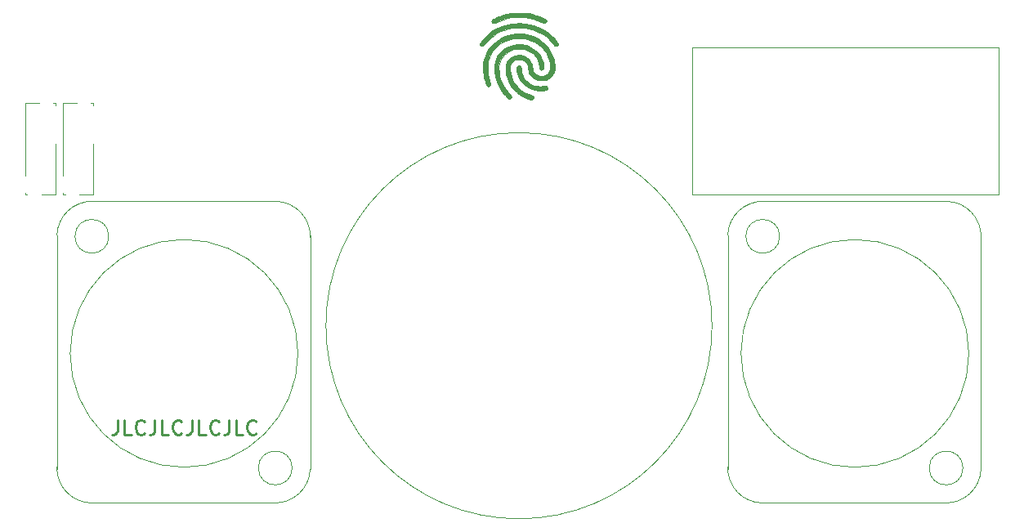
<source format=gto>
G04 #@! TF.GenerationSoftware,KiCad,Pcbnew,(5.1.9)-1*
G04 #@! TF.CreationDate,2021-05-25T00:15:28+02:00*
G04 #@! TF.ProjectId,LF,4c462e6b-6963-4616-945f-706362585858,rev?*
G04 #@! TF.SameCoordinates,Original*
G04 #@! TF.FileFunction,Legend,Top*
G04 #@! TF.FilePolarity,Positive*
%FSLAX46Y46*%
G04 Gerber Fmt 4.6, Leading zero omitted, Abs format (unit mm)*
G04 Created by KiCad (PCBNEW (5.1.9)-1) date 2021-05-25 00:15:28*
%MOMM*%
%LPD*%
G01*
G04 APERTURE LIST*
%ADD10C,0.220000*%
%ADD11C,0.120000*%
%ADD12C,0.010000*%
%ADD13O,3.600000X2.100000*%
%ADD14C,2.010000*%
%ADD15C,2.400000*%
G04 APERTURE END LIST*
D10*
X30811428Y-65698571D02*
X30811428Y-66770000D01*
X30740000Y-66984285D01*
X30597142Y-67127142D01*
X30382857Y-67198571D01*
X30240000Y-67198571D01*
X32240000Y-67198571D02*
X31525714Y-67198571D01*
X31525714Y-65698571D01*
X33597142Y-67055714D02*
X33525714Y-67127142D01*
X33311428Y-67198571D01*
X33168571Y-67198571D01*
X32954285Y-67127142D01*
X32811428Y-66984285D01*
X32740000Y-66841428D01*
X32668571Y-66555714D01*
X32668571Y-66341428D01*
X32740000Y-66055714D01*
X32811428Y-65912857D01*
X32954285Y-65770000D01*
X33168571Y-65698571D01*
X33311428Y-65698571D01*
X33525714Y-65770000D01*
X33597142Y-65841428D01*
X34668571Y-65698571D02*
X34668571Y-66770000D01*
X34597142Y-66984285D01*
X34454285Y-67127142D01*
X34240000Y-67198571D01*
X34097142Y-67198571D01*
X36097142Y-67198571D02*
X35382857Y-67198571D01*
X35382857Y-65698571D01*
X37454285Y-67055714D02*
X37382857Y-67127142D01*
X37168571Y-67198571D01*
X37025714Y-67198571D01*
X36811428Y-67127142D01*
X36668571Y-66984285D01*
X36597142Y-66841428D01*
X36525714Y-66555714D01*
X36525714Y-66341428D01*
X36597142Y-66055714D01*
X36668571Y-65912857D01*
X36811428Y-65770000D01*
X37025714Y-65698571D01*
X37168571Y-65698571D01*
X37382857Y-65770000D01*
X37454285Y-65841428D01*
X38525714Y-65698571D02*
X38525714Y-66770000D01*
X38454285Y-66984285D01*
X38311428Y-67127142D01*
X38097142Y-67198571D01*
X37954285Y-67198571D01*
X39954285Y-67198571D02*
X39240000Y-67198571D01*
X39240000Y-65698571D01*
X41311428Y-67055714D02*
X41240000Y-67127142D01*
X41025714Y-67198571D01*
X40882857Y-67198571D01*
X40668571Y-67127142D01*
X40525714Y-66984285D01*
X40454285Y-66841428D01*
X40382857Y-66555714D01*
X40382857Y-66341428D01*
X40454285Y-66055714D01*
X40525714Y-65912857D01*
X40668571Y-65770000D01*
X40882857Y-65698571D01*
X41025714Y-65698571D01*
X41240000Y-65770000D01*
X41311428Y-65841428D01*
X42382857Y-65698571D02*
X42382857Y-66770000D01*
X42311428Y-66984285D01*
X42168571Y-67127142D01*
X41954285Y-67198571D01*
X41811428Y-67198571D01*
X43811428Y-67198571D02*
X43097142Y-67198571D01*
X43097142Y-65698571D01*
X45168571Y-67055714D02*
X45097142Y-67127142D01*
X44882857Y-67198571D01*
X44740000Y-67198571D01*
X44525714Y-67127142D01*
X44382857Y-66984285D01*
X44311428Y-66841428D01*
X44240000Y-66555714D01*
X44240000Y-66341428D01*
X44311428Y-66055714D01*
X44382857Y-65912857D01*
X44525714Y-65770000D01*
X44740000Y-65698571D01*
X44882857Y-65698571D01*
X45097142Y-65770000D01*
X45168571Y-65841428D01*
D11*
X92400000Y-55930000D02*
G75*
G03*
X92400000Y-55930000I-20000000J0D01*
G01*
D12*
G36*
X72607835Y-23504101D02*
G01*
X72759011Y-23505184D01*
X72881535Y-23507307D01*
X72982246Y-23510877D01*
X73067984Y-23516299D01*
X73145591Y-23523981D01*
X73221905Y-23534327D01*
X73303768Y-23547743D01*
X73373667Y-23560201D01*
X73763013Y-23644418D01*
X74143740Y-23755293D01*
X74527250Y-23895665D01*
X74728033Y-23978192D01*
X74891277Y-24050463D01*
X75019910Y-24114650D01*
X75116862Y-24172923D01*
X75185059Y-24227456D01*
X75227433Y-24280420D01*
X75246909Y-24333986D01*
X75246419Y-24390328D01*
X75238699Y-24423285D01*
X75195034Y-24508936D01*
X75127721Y-24567456D01*
X75045200Y-24591862D01*
X75034593Y-24592167D01*
X74987046Y-24583119D01*
X74911852Y-24558385D01*
X74819044Y-24521583D01*
X74735823Y-24484462D01*
X74617096Y-24430199D01*
X74484776Y-24371926D01*
X74358734Y-24318308D01*
X74294417Y-24291986D01*
X73877041Y-24147305D01*
X73445650Y-24040802D01*
X73004160Y-23972304D01*
X72556488Y-23941641D01*
X72106551Y-23948643D01*
X71658266Y-23993138D01*
X71215549Y-24074957D01*
X70782318Y-24193928D01*
X70362489Y-24349880D01*
X70090027Y-24475283D01*
X69959788Y-24536795D01*
X69858348Y-24575500D01*
X69779334Y-24592154D01*
X69716373Y-24587511D01*
X69663094Y-24562326D01*
X69625539Y-24530295D01*
X69573125Y-24450431D01*
X69558257Y-24359111D01*
X69581849Y-24266103D01*
X69598032Y-24237014D01*
X69637827Y-24199226D01*
X69712576Y-24151311D01*
X69816766Y-24095573D01*
X69944884Y-24034313D01*
X70091418Y-23969836D01*
X70250853Y-23904442D01*
X70417677Y-23840436D01*
X70586376Y-23780120D01*
X70751438Y-23725796D01*
X70907349Y-23679767D01*
X70975095Y-23661857D01*
X71153013Y-23618154D01*
X71310152Y-23583112D01*
X71454824Y-23555820D01*
X71595338Y-23535370D01*
X71740004Y-23520852D01*
X71897133Y-23511357D01*
X72075035Y-23505976D01*
X72282019Y-23503800D01*
X72421167Y-23503652D01*
X72607835Y-23504101D01*
G37*
X72607835Y-23504101D02*
X72759011Y-23505184D01*
X72881535Y-23507307D01*
X72982246Y-23510877D01*
X73067984Y-23516299D01*
X73145591Y-23523981D01*
X73221905Y-23534327D01*
X73303768Y-23547743D01*
X73373667Y-23560201D01*
X73763013Y-23644418D01*
X74143740Y-23755293D01*
X74527250Y-23895665D01*
X74728033Y-23978192D01*
X74891277Y-24050463D01*
X75019910Y-24114650D01*
X75116862Y-24172923D01*
X75185059Y-24227456D01*
X75227433Y-24280420D01*
X75246909Y-24333986D01*
X75246419Y-24390328D01*
X75238699Y-24423285D01*
X75195034Y-24508936D01*
X75127721Y-24567456D01*
X75045200Y-24591862D01*
X75034593Y-24592167D01*
X74987046Y-24583119D01*
X74911852Y-24558385D01*
X74819044Y-24521583D01*
X74735823Y-24484462D01*
X74617096Y-24430199D01*
X74484776Y-24371926D01*
X74358734Y-24318308D01*
X74294417Y-24291986D01*
X73877041Y-24147305D01*
X73445650Y-24040802D01*
X73004160Y-23972304D01*
X72556488Y-23941641D01*
X72106551Y-23948643D01*
X71658266Y-23993138D01*
X71215549Y-24074957D01*
X70782318Y-24193928D01*
X70362489Y-24349880D01*
X70090027Y-24475283D01*
X69959788Y-24536795D01*
X69858348Y-24575500D01*
X69779334Y-24592154D01*
X69716373Y-24587511D01*
X69663094Y-24562326D01*
X69625539Y-24530295D01*
X69573125Y-24450431D01*
X69558257Y-24359111D01*
X69581849Y-24266103D01*
X69598032Y-24237014D01*
X69637827Y-24199226D01*
X69712576Y-24151311D01*
X69816766Y-24095573D01*
X69944884Y-24034313D01*
X70091418Y-23969836D01*
X70250853Y-23904442D01*
X70417677Y-23840436D01*
X70586376Y-23780120D01*
X70751438Y-23725796D01*
X70907349Y-23679767D01*
X70975095Y-23661857D01*
X71153013Y-23618154D01*
X71310152Y-23583112D01*
X71454824Y-23555820D01*
X71595338Y-23535370D01*
X71740004Y-23520852D01*
X71897133Y-23511357D01*
X72075035Y-23505976D01*
X72282019Y-23503800D01*
X72421167Y-23503652D01*
X72607835Y-23504101D01*
G36*
X72755997Y-24600221D02*
G01*
X72940932Y-24612372D01*
X73035000Y-24622641D01*
X73504571Y-24703251D01*
X73951047Y-24819254D01*
X74374764Y-24970785D01*
X74776057Y-25157978D01*
X75155259Y-25380967D01*
X75451188Y-25591573D01*
X75587896Y-25702494D01*
X75726835Y-25825026D01*
X75864211Y-25954933D01*
X75996235Y-26087983D01*
X76119113Y-26219940D01*
X76229054Y-26346570D01*
X76322267Y-26463640D01*
X76394960Y-26566914D01*
X76443340Y-26652158D01*
X76463617Y-26715139D01*
X76464000Y-26722595D01*
X76445479Y-26806352D01*
X76397218Y-26882958D01*
X76337693Y-26930725D01*
X76269079Y-26957999D01*
X76206737Y-26961738D01*
X76145076Y-26939024D01*
X76078507Y-26886935D01*
X76001439Y-26802551D01*
X75937427Y-26721623D01*
X75808303Y-26563953D01*
X75655518Y-26396260D01*
X75491262Y-26231033D01*
X75327727Y-26080763D01*
X75239532Y-26006609D01*
X74907372Y-25765173D01*
X74552793Y-25557792D01*
X74179037Y-25384850D01*
X73789344Y-25246732D01*
X73386958Y-25143821D01*
X72975117Y-25076503D01*
X72557065Y-25045161D01*
X72136042Y-25050179D01*
X71715289Y-25091943D01*
X71298048Y-25170837D01*
X70887560Y-25287245D01*
X70487066Y-25441550D01*
X70484417Y-25442716D01*
X70152005Y-25609533D01*
X69827657Y-25811981D01*
X69518897Y-26044197D01*
X69233249Y-26300316D01*
X68978239Y-26574475D01*
X68886334Y-26688089D01*
X68806958Y-26789863D01*
X68747517Y-26862791D01*
X68702256Y-26911676D01*
X68665421Y-26941319D01*
X68631257Y-26956523D01*
X68594010Y-26962091D01*
X68557121Y-26962834D01*
X68488087Y-26957585D01*
X68439558Y-26936038D01*
X68397409Y-26897095D01*
X68358096Y-26845433D01*
X68337752Y-26791166D01*
X68338054Y-26730445D01*
X68360677Y-26659423D01*
X68407296Y-26574252D01*
X68479587Y-26471084D01*
X68579224Y-26346072D01*
X68697997Y-26206719D01*
X69001232Y-25889861D01*
X69330881Y-25605983D01*
X69686558Y-25355296D01*
X70067874Y-25138013D01*
X70474444Y-24954344D01*
X70905881Y-24804500D01*
X71361799Y-24688692D01*
X71542750Y-24653409D01*
X71703102Y-24630650D01*
X71894648Y-24613151D01*
X72106550Y-24601135D01*
X72327967Y-24594826D01*
X72548063Y-24594447D01*
X72755997Y-24600221D01*
G37*
X72755997Y-24600221D02*
X72940932Y-24612372D01*
X73035000Y-24622641D01*
X73504571Y-24703251D01*
X73951047Y-24819254D01*
X74374764Y-24970785D01*
X74776057Y-25157978D01*
X75155259Y-25380967D01*
X75451188Y-25591573D01*
X75587896Y-25702494D01*
X75726835Y-25825026D01*
X75864211Y-25954933D01*
X75996235Y-26087983D01*
X76119113Y-26219940D01*
X76229054Y-26346570D01*
X76322267Y-26463640D01*
X76394960Y-26566914D01*
X76443340Y-26652158D01*
X76463617Y-26715139D01*
X76464000Y-26722595D01*
X76445479Y-26806352D01*
X76397218Y-26882958D01*
X76337693Y-26930725D01*
X76269079Y-26957999D01*
X76206737Y-26961738D01*
X76145076Y-26939024D01*
X76078507Y-26886935D01*
X76001439Y-26802551D01*
X75937427Y-26721623D01*
X75808303Y-26563953D01*
X75655518Y-26396260D01*
X75491262Y-26231033D01*
X75327727Y-26080763D01*
X75239532Y-26006609D01*
X74907372Y-25765173D01*
X74552793Y-25557792D01*
X74179037Y-25384850D01*
X73789344Y-25246732D01*
X73386958Y-25143821D01*
X72975117Y-25076503D01*
X72557065Y-25045161D01*
X72136042Y-25050179D01*
X71715289Y-25091943D01*
X71298048Y-25170837D01*
X70887560Y-25287245D01*
X70487066Y-25441550D01*
X70484417Y-25442716D01*
X70152005Y-25609533D01*
X69827657Y-25811981D01*
X69518897Y-26044197D01*
X69233249Y-26300316D01*
X68978239Y-26574475D01*
X68886334Y-26688089D01*
X68806958Y-26789863D01*
X68747517Y-26862791D01*
X68702256Y-26911676D01*
X68665421Y-26941319D01*
X68631257Y-26956523D01*
X68594010Y-26962091D01*
X68557121Y-26962834D01*
X68488087Y-26957585D01*
X68439558Y-26936038D01*
X68397409Y-26897095D01*
X68358096Y-26845433D01*
X68337752Y-26791166D01*
X68338054Y-26730445D01*
X68360677Y-26659423D01*
X68407296Y-26574252D01*
X68479587Y-26471084D01*
X68579224Y-26346072D01*
X68697997Y-26206719D01*
X69001232Y-25889861D01*
X69330881Y-25605983D01*
X69686558Y-25355296D01*
X70067874Y-25138013D01*
X70474444Y-24954344D01*
X70905881Y-24804500D01*
X71361799Y-24688692D01*
X71542750Y-24653409D01*
X71703102Y-24630650D01*
X71894648Y-24613151D01*
X72106550Y-24601135D01*
X72327967Y-24594826D01*
X72548063Y-24594447D01*
X72755997Y-24600221D01*
G36*
X72469520Y-28998613D02*
G01*
X72499243Y-29014978D01*
X72555173Y-29067324D01*
X72591168Y-29146551D01*
X72608930Y-29257529D01*
X72611549Y-29336078D01*
X72621605Y-29454506D01*
X72649235Y-29596799D01*
X72690934Y-29750110D01*
X72743200Y-29901591D01*
X72802529Y-30038394D01*
X72803739Y-30040842D01*
X72940581Y-30272344D01*
X73109864Y-30484199D01*
X73306264Y-30671952D01*
X73524456Y-30831152D01*
X73759115Y-30957344D01*
X74004915Y-31046074D01*
X74006065Y-31046389D01*
X74287727Y-31102792D01*
X74583062Y-31122747D01*
X74847783Y-31109557D01*
X74974957Y-31096675D01*
X75067663Y-31088933D01*
X75133458Y-31086388D01*
X75179902Y-31089094D01*
X75214552Y-31097106D01*
X75244967Y-31110482D01*
X75248787Y-31112501D01*
X75295297Y-31154846D01*
X75336106Y-31220178D01*
X75360490Y-31289449D01*
X75363254Y-31315782D01*
X75347396Y-31375453D01*
X75308159Y-31440661D01*
X75257734Y-31493996D01*
X75224265Y-31514231D01*
X75130734Y-31539810D01*
X75004220Y-31559846D01*
X74853786Y-31573711D01*
X74688495Y-31580780D01*
X74517412Y-31580424D01*
X74368500Y-31573419D01*
X74063562Y-31531434D01*
X73771272Y-31451255D01*
X73494379Y-31335655D01*
X73235634Y-31187404D01*
X72997785Y-31009274D01*
X72783583Y-30804035D01*
X72595778Y-30574460D01*
X72437118Y-30323320D01*
X72310353Y-30053385D01*
X72218234Y-29767428D01*
X72163510Y-29468220D01*
X72152369Y-29339807D01*
X72139737Y-29123864D01*
X72214835Y-29048765D01*
X72295477Y-28990129D01*
X72379555Y-28973508D01*
X72469520Y-28998613D01*
G37*
X72469520Y-28998613D02*
X72499243Y-29014978D01*
X72555173Y-29067324D01*
X72591168Y-29146551D01*
X72608930Y-29257529D01*
X72611549Y-29336078D01*
X72621605Y-29454506D01*
X72649235Y-29596799D01*
X72690934Y-29750110D01*
X72743200Y-29901591D01*
X72802529Y-30038394D01*
X72803739Y-30040842D01*
X72940581Y-30272344D01*
X73109864Y-30484199D01*
X73306264Y-30671952D01*
X73524456Y-30831152D01*
X73759115Y-30957344D01*
X74004915Y-31046074D01*
X74006065Y-31046389D01*
X74287727Y-31102792D01*
X74583062Y-31122747D01*
X74847783Y-31109557D01*
X74974957Y-31096675D01*
X75067663Y-31088933D01*
X75133458Y-31086388D01*
X75179902Y-31089094D01*
X75214552Y-31097106D01*
X75244967Y-31110482D01*
X75248787Y-31112501D01*
X75295297Y-31154846D01*
X75336106Y-31220178D01*
X75360490Y-31289449D01*
X75363254Y-31315782D01*
X75347396Y-31375453D01*
X75308159Y-31440661D01*
X75257734Y-31493996D01*
X75224265Y-31514231D01*
X75130734Y-31539810D01*
X75004220Y-31559846D01*
X74853786Y-31573711D01*
X74688495Y-31580780D01*
X74517412Y-31580424D01*
X74368500Y-31573419D01*
X74063562Y-31531434D01*
X73771272Y-31451255D01*
X73494379Y-31335655D01*
X73235634Y-31187404D01*
X72997785Y-31009274D01*
X72783583Y-30804035D01*
X72595778Y-30574460D01*
X72437118Y-30323320D01*
X72310353Y-30053385D01*
X72218234Y-29767428D01*
X72163510Y-29468220D01*
X72152369Y-29339807D01*
X72139737Y-29123864D01*
X72214835Y-29048765D01*
X72295477Y-28990129D01*
X72379555Y-28973508D01*
X72469520Y-28998613D01*
G36*
X72630674Y-26780255D02*
G01*
X72790340Y-26794851D01*
X72850637Y-26803900D01*
X73167212Y-26879414D01*
X73470288Y-26992073D01*
X73755461Y-27139431D01*
X74018328Y-27319042D01*
X74254482Y-27528460D01*
X74359621Y-27641801D01*
X74556490Y-27897917D01*
X74713420Y-28167345D01*
X74831242Y-28451995D01*
X74910785Y-28753779D01*
X74945608Y-28990398D01*
X74955685Y-29096324D01*
X74960179Y-29169858D01*
X74958662Y-29220626D01*
X74950704Y-29258253D01*
X74935876Y-29292366D01*
X74931793Y-29300087D01*
X74870737Y-29375573D01*
X74792523Y-29417705D01*
X74706503Y-29424960D01*
X74622029Y-29395817D01*
X74574045Y-29358315D01*
X74544268Y-29325649D01*
X74524417Y-29292217D01*
X74511429Y-29247583D01*
X74502240Y-29181312D01*
X74493991Y-29085617D01*
X74482789Y-28975972D01*
X74466876Y-28863783D01*
X74449064Y-28767924D01*
X74442465Y-28740025D01*
X74353585Y-28478104D01*
X74228997Y-28234433D01*
X74072224Y-28011354D01*
X73886789Y-27811210D01*
X73676215Y-27636343D01*
X73444027Y-27489098D01*
X73193746Y-27371815D01*
X72928896Y-27286838D01*
X72653000Y-27236510D01*
X72369581Y-27223172D01*
X72180233Y-27235758D01*
X71876337Y-27288004D01*
X71596568Y-27374283D01*
X71338238Y-27495872D01*
X71098658Y-27654050D01*
X70875139Y-27850091D01*
X70864730Y-27860514D01*
X70677598Y-28074493D01*
X70529658Y-28301081D01*
X70419834Y-28542955D01*
X70347049Y-28802796D01*
X70310225Y-29083284D01*
X70304913Y-29253233D01*
X70324480Y-29640938D01*
X70382307Y-30014831D01*
X70478965Y-30376251D01*
X70615029Y-30726539D01*
X70791069Y-31067036D01*
X71007658Y-31399083D01*
X71265369Y-31724020D01*
X71442960Y-31919262D01*
X71529283Y-32015903D01*
X71584350Y-32094745D01*
X71611181Y-32162836D01*
X71612796Y-32227224D01*
X71597905Y-32280949D01*
X71557133Y-32339241D01*
X71491420Y-32389082D01*
X71418050Y-32419001D01*
X71384000Y-32422907D01*
X71325722Y-32412030D01*
X71273895Y-32391094D01*
X71232913Y-32359865D01*
X71171155Y-32301482D01*
X71094061Y-32222031D01*
X71007072Y-32127597D01*
X70915626Y-32024265D01*
X70825163Y-31918123D01*
X70741123Y-31815254D01*
X70668946Y-31721746D01*
X70640400Y-31682380D01*
X70425068Y-31350080D01*
X70241921Y-31010221D01*
X70094098Y-30669139D01*
X70000957Y-30391302D01*
X69948249Y-30180102D01*
X69905047Y-29948793D01*
X69872408Y-29708104D01*
X69851390Y-29468764D01*
X69843051Y-29241503D01*
X69848450Y-29037048D01*
X69857667Y-28938132D01*
X69916349Y-28630448D01*
X70013136Y-28337318D01*
X70145537Y-28061280D01*
X70311064Y-27804875D01*
X70507229Y-27570641D01*
X70731541Y-27361119D01*
X70981513Y-27178848D01*
X71254654Y-27026368D01*
X71548477Y-26906218D01*
X71860493Y-26820938D01*
X71949363Y-26803900D01*
X72095557Y-26785685D01*
X72268017Y-26775672D01*
X72451477Y-26773862D01*
X72630674Y-26780255D01*
G37*
X72630674Y-26780255D02*
X72790340Y-26794851D01*
X72850637Y-26803900D01*
X73167212Y-26879414D01*
X73470288Y-26992073D01*
X73755461Y-27139431D01*
X74018328Y-27319042D01*
X74254482Y-27528460D01*
X74359621Y-27641801D01*
X74556490Y-27897917D01*
X74713420Y-28167345D01*
X74831242Y-28451995D01*
X74910785Y-28753779D01*
X74945608Y-28990398D01*
X74955685Y-29096324D01*
X74960179Y-29169858D01*
X74958662Y-29220626D01*
X74950704Y-29258253D01*
X74935876Y-29292366D01*
X74931793Y-29300087D01*
X74870737Y-29375573D01*
X74792523Y-29417705D01*
X74706503Y-29424960D01*
X74622029Y-29395817D01*
X74574045Y-29358315D01*
X74544268Y-29325649D01*
X74524417Y-29292217D01*
X74511429Y-29247583D01*
X74502240Y-29181312D01*
X74493991Y-29085617D01*
X74482789Y-28975972D01*
X74466876Y-28863783D01*
X74449064Y-28767924D01*
X74442465Y-28740025D01*
X74353585Y-28478104D01*
X74228997Y-28234433D01*
X74072224Y-28011354D01*
X73886789Y-27811210D01*
X73676215Y-27636343D01*
X73444027Y-27489098D01*
X73193746Y-27371815D01*
X72928896Y-27286838D01*
X72653000Y-27236510D01*
X72369581Y-27223172D01*
X72180233Y-27235758D01*
X71876337Y-27288004D01*
X71596568Y-27374283D01*
X71338238Y-27495872D01*
X71098658Y-27654050D01*
X70875139Y-27850091D01*
X70864730Y-27860514D01*
X70677598Y-28074493D01*
X70529658Y-28301081D01*
X70419834Y-28542955D01*
X70347049Y-28802796D01*
X70310225Y-29083284D01*
X70304913Y-29253233D01*
X70324480Y-29640938D01*
X70382307Y-30014831D01*
X70478965Y-30376251D01*
X70615029Y-30726539D01*
X70791069Y-31067036D01*
X71007658Y-31399083D01*
X71265369Y-31724020D01*
X71442960Y-31919262D01*
X71529283Y-32015903D01*
X71584350Y-32094745D01*
X71611181Y-32162836D01*
X71612796Y-32227224D01*
X71597905Y-32280949D01*
X71557133Y-32339241D01*
X71491420Y-32389082D01*
X71418050Y-32419001D01*
X71384000Y-32422907D01*
X71325722Y-32412030D01*
X71273895Y-32391094D01*
X71232913Y-32359865D01*
X71171155Y-32301482D01*
X71094061Y-32222031D01*
X71007072Y-32127597D01*
X70915626Y-32024265D01*
X70825163Y-31918123D01*
X70741123Y-31815254D01*
X70668946Y-31721746D01*
X70640400Y-31682380D01*
X70425068Y-31350080D01*
X70241921Y-31010221D01*
X70094098Y-30669139D01*
X70000957Y-30391302D01*
X69948249Y-30180102D01*
X69905047Y-29948793D01*
X69872408Y-29708104D01*
X69851390Y-29468764D01*
X69843051Y-29241503D01*
X69848450Y-29037048D01*
X69857667Y-28938132D01*
X69916349Y-28630448D01*
X70013136Y-28337318D01*
X70145537Y-28061280D01*
X70311064Y-27804875D01*
X70507229Y-27570641D01*
X70731541Y-27361119D01*
X70981513Y-27178848D01*
X71254654Y-27026368D01*
X71548477Y-26906218D01*
X71860493Y-26820938D01*
X71949363Y-26803900D01*
X72095557Y-26785685D01*
X72268017Y-26775672D01*
X72451477Y-26773862D01*
X72630674Y-26780255D01*
G36*
X72844986Y-25687821D02*
G01*
X73242458Y-25755518D01*
X73458334Y-25809634D01*
X73823148Y-25932712D01*
X74169648Y-26091627D01*
X74495496Y-26283923D01*
X74798355Y-26507144D01*
X75075886Y-26758832D01*
X75325751Y-27036531D01*
X75545612Y-27337784D01*
X75733131Y-27660135D01*
X75885970Y-28001126D01*
X76001791Y-28358302D01*
X76041207Y-28523636D01*
X76066804Y-28671808D01*
X76085431Y-28836284D01*
X76096726Y-29006479D01*
X76100323Y-29171807D01*
X76095862Y-29321683D01*
X76082977Y-29445522D01*
X76074354Y-29489852D01*
X76009604Y-29680142D01*
X75909238Y-29866305D01*
X75779771Y-30040082D01*
X75627717Y-30193212D01*
X75459591Y-30317437D01*
X75390860Y-30356377D01*
X75164319Y-30451327D01*
X74932305Y-30506409D01*
X74699118Y-30522704D01*
X74469057Y-30501291D01*
X74246424Y-30443248D01*
X74035517Y-30349654D01*
X73840638Y-30221590D01*
X73666085Y-30060134D01*
X73531673Y-29889762D01*
X73440325Y-29726615D01*
X73376272Y-29544833D01*
X73336955Y-29336580D01*
X73330055Y-29272740D01*
X73311957Y-29114622D01*
X73288617Y-28988941D01*
X73257005Y-28885859D01*
X73214088Y-28795535D01*
X73156833Y-28708130D01*
X73155496Y-28706311D01*
X73025924Y-28564808D01*
X72871121Y-28453967D01*
X72697312Y-28376117D01*
X72510719Y-28333583D01*
X72317563Y-28328695D01*
X72193309Y-28346411D01*
X71998611Y-28406871D01*
X71828797Y-28499475D01*
X71686568Y-28621596D01*
X71574627Y-28770605D01*
X71495675Y-28943875D01*
X71466272Y-29053442D01*
X71454651Y-29125154D01*
X71449993Y-29201557D01*
X71452229Y-29294234D01*
X71461290Y-29414769D01*
X71463957Y-29443685D01*
X71516475Y-29796116D01*
X71605926Y-30128154D01*
X71732841Y-30440885D01*
X71897753Y-30735400D01*
X72101192Y-31012785D01*
X72343691Y-31274128D01*
X72371608Y-31300842D01*
X72603787Y-31501917D01*
X72844746Y-31671864D01*
X73103299Y-31815847D01*
X73388261Y-31939028D01*
X73571978Y-32003917D01*
X73671756Y-32037833D01*
X73758387Y-32069421D01*
X73823030Y-32095310D01*
X73856844Y-32112129D01*
X73857956Y-32112984D01*
X73886508Y-32149079D01*
X73915434Y-32203311D01*
X73917738Y-32208690D01*
X73933316Y-32296973D01*
X73911317Y-32384033D01*
X73855107Y-32457884D01*
X73845530Y-32465836D01*
X73793816Y-32494082D01*
X73728296Y-32504910D01*
X73643123Y-32497799D01*
X73532455Y-32472225D01*
X73390446Y-32427664D01*
X73380323Y-32424212D01*
X73065251Y-32303158D01*
X72779647Y-32164190D01*
X72512271Y-32001000D01*
X72251882Y-31807284D01*
X72191000Y-31757079D01*
X71918349Y-31501489D01*
X71677474Y-31219893D01*
X71470435Y-30915304D01*
X71299294Y-30590735D01*
X71172029Y-30267210D01*
X71115266Y-30087384D01*
X71073680Y-29931345D01*
X71044613Y-29784486D01*
X71025406Y-29632203D01*
X71013401Y-29459888D01*
X71009785Y-29375834D01*
X71005647Y-29209202D01*
X71008187Y-29074803D01*
X71019047Y-28962834D01*
X71039868Y-28863494D01*
X71072291Y-28766983D01*
X71117959Y-28663500D01*
X71134913Y-28628773D01*
X71251046Y-28440885D01*
X71400881Y-28272421D01*
X71578511Y-28127864D01*
X71778030Y-28011698D01*
X71993531Y-27928405D01*
X72090398Y-27903647D01*
X72323735Y-27873927D01*
X72556206Y-27883711D01*
X72782788Y-27930763D01*
X72998461Y-28012846D01*
X73198205Y-28127726D01*
X73376997Y-28273165D01*
X73529819Y-28446928D01*
X73618656Y-28584226D01*
X73672977Y-28699904D01*
X73719995Y-28835354D01*
X73755163Y-28974339D01*
X73773933Y-29100626D01*
X73775834Y-29145344D01*
X73795432Y-29337233D01*
X73851392Y-29513934D01*
X73939460Y-29672198D01*
X74055382Y-29808777D01*
X74194906Y-29920422D01*
X74353777Y-30003885D01*
X74527743Y-30055916D01*
X74712550Y-30073266D01*
X74903944Y-30052689D01*
X74949704Y-30041923D01*
X75144230Y-29971815D01*
X75309874Y-29871692D01*
X75444905Y-29744016D01*
X75547592Y-29591254D01*
X75616205Y-29415869D01*
X75649012Y-29220326D01*
X75648065Y-29047750D01*
X75601363Y-28682902D01*
X75518789Y-28340017D01*
X75399560Y-28017374D01*
X75242892Y-27713252D01*
X75048002Y-27425931D01*
X74814105Y-27153688D01*
X74760804Y-27099120D01*
X74663136Y-27004905D01*
X74558429Y-26910062D01*
X74457741Y-26824241D01*
X74372130Y-26757092D01*
X74353706Y-26743883D01*
X74030339Y-26543384D01*
X73691396Y-26381224D01*
X73339915Y-26257849D01*
X72978934Y-26173701D01*
X72611492Y-26129226D01*
X72240627Y-26124869D01*
X71869376Y-26161072D01*
X71500779Y-26238281D01*
X71302473Y-26297656D01*
X70960417Y-26431620D01*
X70641351Y-26597579D01*
X70347289Y-26793254D01*
X70080244Y-27016367D01*
X69842232Y-27264638D01*
X69635266Y-27535788D01*
X69461361Y-27827537D01*
X69322531Y-28137608D01*
X69220789Y-28463721D01*
X69171332Y-28709084D01*
X69156032Y-28846296D01*
X69146979Y-29014008D01*
X69143978Y-29200879D01*
X69146830Y-29395569D01*
X69155341Y-29586737D01*
X69169313Y-29763044D01*
X69188551Y-29913147D01*
X69192601Y-29936750D01*
X69225376Y-30097938D01*
X69268359Y-30279092D01*
X69317254Y-30463793D01*
X69367767Y-30635620D01*
X69404978Y-30748587D01*
X69432793Y-30833074D01*
X69445846Y-30891315D01*
X69445878Y-30936049D01*
X69436046Y-30975798D01*
X69390275Y-31057474D01*
X69322073Y-31110912D01*
X69241147Y-31133426D01*
X69157204Y-31122329D01*
X69079949Y-31074937D01*
X69079441Y-31074459D01*
X69031702Y-31010274D01*
X68982330Y-30909165D01*
X68932635Y-30776438D01*
X68883930Y-30617401D01*
X68837527Y-30437359D01*
X68794737Y-30241620D01*
X68756871Y-30035489D01*
X68725241Y-29824275D01*
X68701159Y-29613282D01*
X68692236Y-29507869D01*
X68681657Y-29107014D01*
X68710275Y-28721847D01*
X68778004Y-28352613D01*
X68884757Y-27999560D01*
X69030447Y-27662937D01*
X69214987Y-27342989D01*
X69438291Y-27039964D01*
X69636519Y-26818401D01*
X69928659Y-26546462D01*
X70243027Y-26309481D01*
X70576993Y-26108155D01*
X70927926Y-25943176D01*
X71293193Y-25815241D01*
X71670164Y-25725043D01*
X72056208Y-25673278D01*
X72448692Y-25660639D01*
X72844986Y-25687821D01*
G37*
X72844986Y-25687821D02*
X73242458Y-25755518D01*
X73458334Y-25809634D01*
X73823148Y-25932712D01*
X74169648Y-26091627D01*
X74495496Y-26283923D01*
X74798355Y-26507144D01*
X75075886Y-26758832D01*
X75325751Y-27036531D01*
X75545612Y-27337784D01*
X75733131Y-27660135D01*
X75885970Y-28001126D01*
X76001791Y-28358302D01*
X76041207Y-28523636D01*
X76066804Y-28671808D01*
X76085431Y-28836284D01*
X76096726Y-29006479D01*
X76100323Y-29171807D01*
X76095862Y-29321683D01*
X76082977Y-29445522D01*
X76074354Y-29489852D01*
X76009604Y-29680142D01*
X75909238Y-29866305D01*
X75779771Y-30040082D01*
X75627717Y-30193212D01*
X75459591Y-30317437D01*
X75390860Y-30356377D01*
X75164319Y-30451327D01*
X74932305Y-30506409D01*
X74699118Y-30522704D01*
X74469057Y-30501291D01*
X74246424Y-30443248D01*
X74035517Y-30349654D01*
X73840638Y-30221590D01*
X73666085Y-30060134D01*
X73531673Y-29889762D01*
X73440325Y-29726615D01*
X73376272Y-29544833D01*
X73336955Y-29336580D01*
X73330055Y-29272740D01*
X73311957Y-29114622D01*
X73288617Y-28988941D01*
X73257005Y-28885859D01*
X73214088Y-28795535D01*
X73156833Y-28708130D01*
X73155496Y-28706311D01*
X73025924Y-28564808D01*
X72871121Y-28453967D01*
X72697312Y-28376117D01*
X72510719Y-28333583D01*
X72317563Y-28328695D01*
X72193309Y-28346411D01*
X71998611Y-28406871D01*
X71828797Y-28499475D01*
X71686568Y-28621596D01*
X71574627Y-28770605D01*
X71495675Y-28943875D01*
X71466272Y-29053442D01*
X71454651Y-29125154D01*
X71449993Y-29201557D01*
X71452229Y-29294234D01*
X71461290Y-29414769D01*
X71463957Y-29443685D01*
X71516475Y-29796116D01*
X71605926Y-30128154D01*
X71732841Y-30440885D01*
X71897753Y-30735400D01*
X72101192Y-31012785D01*
X72343691Y-31274128D01*
X72371608Y-31300842D01*
X72603787Y-31501917D01*
X72844746Y-31671864D01*
X73103299Y-31815847D01*
X73388261Y-31939028D01*
X73571978Y-32003917D01*
X73671756Y-32037833D01*
X73758387Y-32069421D01*
X73823030Y-32095310D01*
X73856844Y-32112129D01*
X73857956Y-32112984D01*
X73886508Y-32149079D01*
X73915434Y-32203311D01*
X73917738Y-32208690D01*
X73933316Y-32296973D01*
X73911317Y-32384033D01*
X73855107Y-32457884D01*
X73845530Y-32465836D01*
X73793816Y-32494082D01*
X73728296Y-32504910D01*
X73643123Y-32497799D01*
X73532455Y-32472225D01*
X73390446Y-32427664D01*
X73380323Y-32424212D01*
X73065251Y-32303158D01*
X72779647Y-32164190D01*
X72512271Y-32001000D01*
X72251882Y-31807284D01*
X72191000Y-31757079D01*
X71918349Y-31501489D01*
X71677474Y-31219893D01*
X71470435Y-30915304D01*
X71299294Y-30590735D01*
X71172029Y-30267210D01*
X71115266Y-30087384D01*
X71073680Y-29931345D01*
X71044613Y-29784486D01*
X71025406Y-29632203D01*
X71013401Y-29459888D01*
X71009785Y-29375834D01*
X71005647Y-29209202D01*
X71008187Y-29074803D01*
X71019047Y-28962834D01*
X71039868Y-28863494D01*
X71072291Y-28766983D01*
X71117959Y-28663500D01*
X71134913Y-28628773D01*
X71251046Y-28440885D01*
X71400881Y-28272421D01*
X71578511Y-28127864D01*
X71778030Y-28011698D01*
X71993531Y-27928405D01*
X72090398Y-27903647D01*
X72323735Y-27873927D01*
X72556206Y-27883711D01*
X72782788Y-27930763D01*
X72998461Y-28012846D01*
X73198205Y-28127726D01*
X73376997Y-28273165D01*
X73529819Y-28446928D01*
X73618656Y-28584226D01*
X73672977Y-28699904D01*
X73719995Y-28835354D01*
X73755163Y-28974339D01*
X73773933Y-29100626D01*
X73775834Y-29145344D01*
X73795432Y-29337233D01*
X73851392Y-29513934D01*
X73939460Y-29672198D01*
X74055382Y-29808777D01*
X74194906Y-29920422D01*
X74353777Y-30003885D01*
X74527743Y-30055916D01*
X74712550Y-30073266D01*
X74903944Y-30052689D01*
X74949704Y-30041923D01*
X75144230Y-29971815D01*
X75309874Y-29871692D01*
X75444905Y-29744016D01*
X75547592Y-29591254D01*
X75616205Y-29415869D01*
X75649012Y-29220326D01*
X75648065Y-29047750D01*
X75601363Y-28682902D01*
X75518789Y-28340017D01*
X75399560Y-28017374D01*
X75242892Y-27713252D01*
X75048002Y-27425931D01*
X74814105Y-27153688D01*
X74760804Y-27099120D01*
X74663136Y-27004905D01*
X74558429Y-26910062D01*
X74457741Y-26824241D01*
X74372130Y-26757092D01*
X74353706Y-26743883D01*
X74030339Y-26543384D01*
X73691396Y-26381224D01*
X73339915Y-26257849D01*
X72978934Y-26173701D01*
X72611492Y-26129226D01*
X72240627Y-26124869D01*
X71869376Y-26161072D01*
X71500779Y-26238281D01*
X71302473Y-26297656D01*
X70960417Y-26431620D01*
X70641351Y-26597579D01*
X70347289Y-26793254D01*
X70080244Y-27016367D01*
X69842232Y-27264638D01*
X69635266Y-27535788D01*
X69461361Y-27827537D01*
X69322531Y-28137608D01*
X69220789Y-28463721D01*
X69171332Y-28709084D01*
X69156032Y-28846296D01*
X69146979Y-29014008D01*
X69143978Y-29200879D01*
X69146830Y-29395569D01*
X69155341Y-29586737D01*
X69169313Y-29763044D01*
X69188551Y-29913147D01*
X69192601Y-29936750D01*
X69225376Y-30097938D01*
X69268359Y-30279092D01*
X69317254Y-30463793D01*
X69367767Y-30635620D01*
X69404978Y-30748587D01*
X69432793Y-30833074D01*
X69445846Y-30891315D01*
X69445878Y-30936049D01*
X69436046Y-30975798D01*
X69390275Y-31057474D01*
X69322073Y-31110912D01*
X69241147Y-31133426D01*
X69157204Y-31122329D01*
X69079949Y-31074937D01*
X69079441Y-31074459D01*
X69031702Y-31010274D01*
X68982330Y-30909165D01*
X68932635Y-30776438D01*
X68883930Y-30617401D01*
X68837527Y-30437359D01*
X68794737Y-30241620D01*
X68756871Y-30035489D01*
X68725241Y-29824275D01*
X68701159Y-29613282D01*
X68692236Y-29507869D01*
X68681657Y-29107014D01*
X68710275Y-28721847D01*
X68778004Y-28352613D01*
X68884757Y-27999560D01*
X69030447Y-27662937D01*
X69214987Y-27342989D01*
X69438291Y-27039964D01*
X69636519Y-26818401D01*
X69928659Y-26546462D01*
X70243027Y-26309481D01*
X70576993Y-26108155D01*
X70927926Y-25943176D01*
X71293193Y-25815241D01*
X71670164Y-25725043D01*
X72056208Y-25673278D01*
X72448692Y-25660639D01*
X72844986Y-25687821D01*
D11*
X28320000Y-32869000D02*
X28320000Y-33090000D01*
X28320000Y-37049000D02*
X28320000Y-42370000D01*
X25120000Y-42149000D02*
X25120000Y-42370000D01*
X28320000Y-32870000D02*
X28070000Y-32870000D01*
X28320000Y-42370000D02*
X26869000Y-42370000D01*
X26570000Y-32870000D02*
X25120000Y-32870000D01*
X25370000Y-42370000D02*
X25120000Y-42370000D01*
X25120000Y-32870000D02*
X25120000Y-40392000D01*
X24420000Y-32869000D02*
X24420000Y-33090000D01*
X24420000Y-37049000D02*
X24420000Y-42370000D01*
X21220000Y-42149000D02*
X21220000Y-42370000D01*
X24420000Y-32870000D02*
X24170000Y-32870000D01*
X24420000Y-42370000D02*
X22969000Y-42370000D01*
X22670000Y-32870000D02*
X21220000Y-32870000D01*
X21470000Y-42370000D02*
X21220000Y-42370000D01*
X21220000Y-32870000D02*
X21220000Y-40392000D01*
X90380000Y-27070000D02*
X122120000Y-27070000D01*
X90380000Y-27070000D02*
X90380000Y-42310000D01*
X122120000Y-27070000D02*
X122120000Y-42310000D01*
X90380000Y-42310000D02*
X122120000Y-42310000D01*
X48900000Y-70667000D02*
G75*
G03*
X48900000Y-70667000I-1750000J0D01*
G01*
X24530000Y-70787000D02*
X24530000Y-46547000D01*
X28030000Y-43047000D02*
X47270000Y-43047000D01*
X50770000Y-70787000D02*
X50770000Y-46547000D01*
X28030000Y-74287000D02*
X47270000Y-74287000D01*
X49500800Y-58794000D02*
G75*
G03*
X49500800Y-58794000I-11800000J0D01*
G01*
X29900000Y-46667000D02*
G75*
G03*
X29900000Y-46667000I-1750000J0D01*
G01*
X47030000Y-74287000D02*
G75*
G03*
X50770000Y-70787000I120000J3620000D01*
G01*
X28270000Y-43047000D02*
G75*
G03*
X24530000Y-46547000I-120000J-3620000D01*
G01*
X24530000Y-70547000D02*
G75*
G03*
X28030000Y-74287000I3620000J-120000D01*
G01*
X50770000Y-46787000D02*
G75*
G03*
X47270000Y-43047000I-3620000J120000D01*
G01*
X99400000Y-46670000D02*
G75*
G03*
X99400000Y-46670000I-1750000J0D01*
G01*
X119000800Y-58797000D02*
G75*
G03*
X119000800Y-58797000I-11800000J0D01*
G01*
X97530000Y-74290000D02*
X116770000Y-74290000D01*
X120270000Y-70790000D02*
X120270000Y-46550000D01*
X97530000Y-43050000D02*
X116770000Y-43050000D01*
X94030000Y-70790000D02*
X94030000Y-46550000D01*
X118400000Y-70670000D02*
G75*
G03*
X118400000Y-70670000I-1750000J0D01*
G01*
X120270000Y-46790000D02*
G75*
G03*
X116770000Y-43050000I-3620000J120000D01*
G01*
X94030000Y-70550000D02*
G75*
G03*
X97530000Y-74290000I3620000J-120000D01*
G01*
X97770000Y-43050000D02*
G75*
G03*
X94030000Y-46550000I-120000J-3620000D01*
G01*
X116530000Y-74290000D02*
G75*
G03*
X120270000Y-70790000I120000J3620000D01*
G01*
%LPC*%
G36*
G01*
X49450100Y-29270000D02*
X46349900Y-29270000D01*
G75*
G02*
X46100000Y-29020100I0J249900D01*
G01*
X46100000Y-27419900D01*
G75*
G02*
X46349900Y-27170000I249900J0D01*
G01*
X49450100Y-27170000D01*
G75*
G02*
X49700000Y-27419900I0J-249900D01*
G01*
X49700000Y-29020100D01*
G75*
G02*
X49450100Y-29270000I-249900J0D01*
G01*
G37*
D13*
X42820000Y-23140000D03*
X42820000Y-28220000D03*
X47900000Y-23140000D03*
D14*
X26120000Y-41270000D03*
X27320000Y-36170000D03*
X27320000Y-33970000D03*
X22220000Y-41270000D03*
X23420000Y-36170000D03*
X23420000Y-33970000D03*
D15*
X86120000Y-28220000D03*
X53120000Y-28220000D03*
X115000000Y-34690000D03*
X92500000Y-34690000D03*
X120000000Y-34690000D03*
X48040000Y-36020000D03*
X86140000Y-34720000D03*
G36*
G01*
X35500000Y-60933000D02*
X40000000Y-60933000D01*
G75*
G02*
X40750000Y-61683000I0J-750000D01*
G01*
X40750000Y-63183000D01*
G75*
G02*
X40000000Y-63933000I-750000J0D01*
G01*
X35500000Y-63933000D01*
G75*
G02*
X34750000Y-63183000I0J750000D01*
G01*
X34750000Y-61683000D01*
G75*
G02*
X35500000Y-60933000I750000J0D01*
G01*
G37*
G36*
G01*
X44914200Y-56500000D02*
X44914200Y-61000000D01*
G75*
G02*
X44164200Y-61750000I-750000J0D01*
G01*
X42664200Y-61750000D01*
G75*
G02*
X41914200Y-61000000I0J750000D01*
G01*
X41914200Y-56500000D01*
G75*
G02*
X42664200Y-55750000I750000J0D01*
G01*
X44164200Y-55750000D01*
G75*
G02*
X44914200Y-56500000I0J-750000D01*
G01*
G37*
G36*
G01*
X40000000Y-56567000D02*
X35500000Y-56567000D01*
G75*
G02*
X34750000Y-55817000I0J750000D01*
G01*
X34750000Y-54317000D01*
G75*
G02*
X35500000Y-53567000I750000J0D01*
G01*
X40000000Y-53567000D01*
G75*
G02*
X40750000Y-54317000I0J-750000D01*
G01*
X40750000Y-55817000D01*
G75*
G02*
X40000000Y-56567000I-750000J0D01*
G01*
G37*
G36*
G01*
X33611200Y-56500000D02*
X33611200Y-61000000D01*
G75*
G02*
X32861200Y-61750000I-750000J0D01*
G01*
X31361200Y-61750000D01*
G75*
G02*
X30611200Y-61000000I0J750000D01*
G01*
X30611200Y-56500000D01*
G75*
G02*
X31361200Y-55750000I750000J0D01*
G01*
X32861200Y-55750000D01*
G75*
G02*
X33611200Y-56500000I0J-750000D01*
G01*
G37*
G36*
G01*
X103111200Y-56503000D02*
X103111200Y-61003000D01*
G75*
G02*
X102361200Y-61753000I-750000J0D01*
G01*
X100861200Y-61753000D01*
G75*
G02*
X100111200Y-61003000I0J750000D01*
G01*
X100111200Y-56503000D01*
G75*
G02*
X100861200Y-55753000I750000J0D01*
G01*
X102361200Y-55753000D01*
G75*
G02*
X103111200Y-56503000I0J-750000D01*
G01*
G37*
G36*
G01*
X109500000Y-56570000D02*
X105000000Y-56570000D01*
G75*
G02*
X104250000Y-55820000I0J750000D01*
G01*
X104250000Y-54320000D01*
G75*
G02*
X105000000Y-53570000I750000J0D01*
G01*
X109500000Y-53570000D01*
G75*
G02*
X110250000Y-54320000I0J-750000D01*
G01*
X110250000Y-55820000D01*
G75*
G02*
X109500000Y-56570000I-750000J0D01*
G01*
G37*
G36*
G01*
X114414200Y-56503000D02*
X114414200Y-61003000D01*
G75*
G02*
X113664200Y-61753000I-750000J0D01*
G01*
X112164200Y-61753000D01*
G75*
G02*
X111414200Y-61003000I0J750000D01*
G01*
X111414200Y-56503000D01*
G75*
G02*
X112164200Y-55753000I750000J0D01*
G01*
X113664200Y-55753000D01*
G75*
G02*
X114414200Y-56503000I0J-750000D01*
G01*
G37*
G36*
G01*
X105000000Y-60936000D02*
X109500000Y-60936000D01*
G75*
G02*
X110250000Y-61686000I0J-750000D01*
G01*
X110250000Y-63186000D01*
G75*
G02*
X109500000Y-63936000I-750000J0D01*
G01*
X105000000Y-63936000D01*
G75*
G02*
X104250000Y-63186000I0J750000D01*
G01*
X104250000Y-61686000D01*
G75*
G02*
X105000000Y-60936000I750000J0D01*
G01*
G37*
M02*

</source>
